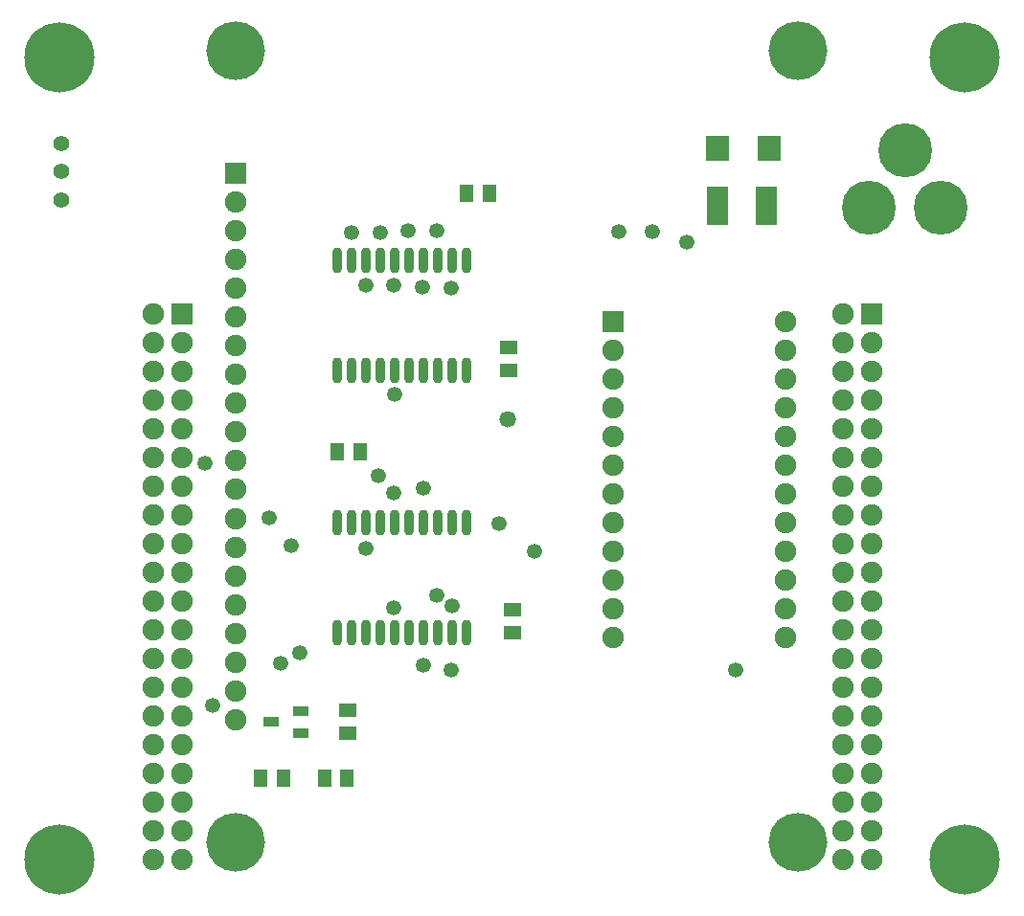
<source format=gts>
G04*
G04 #@! TF.GenerationSoftware,Altium Limited,Altium Designer,24.2.2 (26)*
G04*
G04 Layer_Color=8388736*
%FSLAX25Y25*%
%MOIN*%
G70*
G04*
G04 #@! TF.SameCoordinates,39AFF50E-F897-457A-A01D-6F320B20273F*
G04*
G04*
G04 #@! TF.FilePolarity,Negative*
G04*
G01*
G75*
%ADD15R,0.04724X0.05906*%
%ADD16R,0.05512X0.03347*%
%ADD17O,0.03347X0.09055*%
%ADD18R,0.07795X0.13189*%
%ADD19R,0.05906X0.04724*%
%ADD20R,0.07874X0.09055*%
%ADD21C,0.05512*%
%ADD22R,0.07480X0.07480*%
%ADD23C,0.07480*%
%ADD24C,0.20472*%
%ADD25C,0.18787*%
%ADD26R,0.07480X0.07480*%
%ADD27C,0.24410*%
%ADD28C,0.05287*%
%ADD29C,0.05787*%
D15*
X97837Y48300D02*
D03*
X89963D02*
D03*
X169474Y252000D02*
D03*
X161600D02*
D03*
X116663Y161700D02*
D03*
X124537D02*
D03*
X120074Y48299D02*
D03*
X112200D02*
D03*
D16*
X93651Y67740D02*
D03*
X104100Y71480D02*
D03*
Y64000D02*
D03*
D17*
X131500Y137195D02*
D03*
X116500Y190305D02*
D03*
X121500D02*
D03*
X126500D02*
D03*
X131500D02*
D03*
X136500D02*
D03*
X141500D02*
D03*
X146500D02*
D03*
X151500D02*
D03*
X156500D02*
D03*
X161500D02*
D03*
X116500Y228495D02*
D03*
X121500D02*
D03*
X126500D02*
D03*
X131500D02*
D03*
X136500D02*
D03*
X141500D02*
D03*
X146500D02*
D03*
X151500D02*
D03*
X156500D02*
D03*
X161500D02*
D03*
X116500Y99006D02*
D03*
X121500D02*
D03*
X126500D02*
D03*
X131500D02*
D03*
X136500D02*
D03*
X141500D02*
D03*
X146500D02*
D03*
X151500D02*
D03*
X156500D02*
D03*
X161500D02*
D03*
X116500Y137195D02*
D03*
X121500D02*
D03*
X126500D02*
D03*
X136500D02*
D03*
X141500D02*
D03*
X146500D02*
D03*
X151500D02*
D03*
X156500D02*
D03*
X161500D02*
D03*
D18*
X266100Y247400D02*
D03*
X249100D02*
D03*
D19*
X176300Y198137D02*
D03*
Y190263D02*
D03*
X177500Y98900D02*
D03*
Y106774D02*
D03*
X120300Y71737D02*
D03*
Y63863D02*
D03*
D20*
X267110Y267500D02*
D03*
X249000D02*
D03*
D21*
X20757Y259415D02*
D03*
Y249572D02*
D03*
Y269257D02*
D03*
D22*
X81300Y258695D02*
D03*
X212700Y207200D02*
D03*
D23*
X81300Y248695D02*
D03*
Y238695D02*
D03*
Y228695D02*
D03*
X81300Y218695D02*
D03*
Y208695D02*
D03*
Y198695D02*
D03*
Y188695D02*
D03*
X81299Y178695D02*
D03*
Y168695D02*
D03*
Y158695D02*
D03*
Y148695D02*
D03*
X81299Y138694D02*
D03*
Y128694D02*
D03*
Y118694D02*
D03*
Y108694D02*
D03*
X81299Y98694D02*
D03*
Y88694D02*
D03*
Y78694D02*
D03*
Y68694D02*
D03*
X302500Y190000D02*
D03*
Y200000D02*
D03*
Y170000D02*
D03*
Y180000D02*
D03*
Y120000D02*
D03*
Y130000D02*
D03*
Y110000D02*
D03*
Y150000D02*
D03*
Y160000D02*
D03*
Y140000D02*
D03*
X292500Y170000D02*
D03*
Y180000D02*
D03*
Y160000D02*
D03*
Y200000D02*
D03*
Y210000D02*
D03*
Y190000D02*
D03*
Y120000D02*
D03*
Y130000D02*
D03*
Y110000D02*
D03*
Y150000D02*
D03*
X62500D02*
D03*
X292500Y140000D02*
D03*
X302500Y70000D02*
D03*
Y80000D02*
D03*
Y90000D02*
D03*
Y30000D02*
D03*
Y40000D02*
D03*
Y20000D02*
D03*
Y50000D02*
D03*
Y60000D02*
D03*
Y100000D02*
D03*
X292500Y90000D02*
D03*
Y80000D02*
D03*
Y100000D02*
D03*
Y30000D02*
D03*
Y40000D02*
D03*
Y20000D02*
D03*
Y60000D02*
D03*
Y70000D02*
D03*
Y50000D02*
D03*
X62500Y190000D02*
D03*
Y200000D02*
D03*
Y180000D02*
D03*
Y120000D02*
D03*
Y130000D02*
D03*
Y110000D02*
D03*
Y160000D02*
D03*
Y170000D02*
D03*
Y140000D02*
D03*
X52500Y180000D02*
D03*
Y170000D02*
D03*
Y200000D02*
D03*
Y210000D02*
D03*
Y190000D02*
D03*
Y120000D02*
D03*
Y130000D02*
D03*
Y110000D02*
D03*
Y150000D02*
D03*
Y160000D02*
D03*
Y140000D02*
D03*
X62500Y70000D02*
D03*
Y80000D02*
D03*
Y60000D02*
D03*
Y90000D02*
D03*
Y30000D02*
D03*
Y40000D02*
D03*
Y20000D02*
D03*
Y50000D02*
D03*
Y100000D02*
D03*
X52500Y90000D02*
D03*
Y80000D02*
D03*
Y100000D02*
D03*
Y30000D02*
D03*
Y40000D02*
D03*
Y20000D02*
D03*
Y60000D02*
D03*
Y70000D02*
D03*
Y50000D02*
D03*
X272700Y177200D02*
D03*
Y187200D02*
D03*
Y197200D02*
D03*
Y207200D02*
D03*
Y167200D02*
D03*
Y157200D02*
D03*
Y147200D02*
D03*
Y137200D02*
D03*
Y127200D02*
D03*
Y117200D02*
D03*
Y107200D02*
D03*
Y97200D02*
D03*
X212700Y97200D02*
D03*
Y107200D02*
D03*
Y117200D02*
D03*
Y127200D02*
D03*
Y137200D02*
D03*
Y147200D02*
D03*
Y157200D02*
D03*
Y167200D02*
D03*
Y197200D02*
D03*
Y187200D02*
D03*
Y177200D02*
D03*
D24*
X276969Y301491D02*
D03*
Y25900D02*
D03*
X81300Y301491D02*
D03*
Y25900D02*
D03*
D25*
X301700Y246700D02*
D03*
X314200Y266700D02*
D03*
X326700Y246700D02*
D03*
D26*
X302500Y210000D02*
D03*
X62500D02*
D03*
D27*
X20000Y299213D02*
D03*
X335000D02*
D03*
Y20000D02*
D03*
X20000D02*
D03*
D28*
X156300Y218700D02*
D03*
X151350Y111759D02*
D03*
X130850Y153550D02*
D03*
X97000Y88200D02*
D03*
X146600Y87400D02*
D03*
X156300Y85900D02*
D03*
X73300Y73600D02*
D03*
X156600Y108300D02*
D03*
X92900Y138700D02*
D03*
X100600Y129200D02*
D03*
X103600Y91800D02*
D03*
X214600Y238500D02*
D03*
X226300Y238400D02*
D03*
X238400Y234700D02*
D03*
X70800Y157700D02*
D03*
X136400Y147600D02*
D03*
X146500Y149100D02*
D03*
X172900Y136700D02*
D03*
X255200Y85800D02*
D03*
X185300Y127200D02*
D03*
X136300Y107600D02*
D03*
X126600Y128300D02*
D03*
X136500Y181700D02*
D03*
X146400Y219100D02*
D03*
X136300Y219900D02*
D03*
X126500Y219800D02*
D03*
X121800Y238200D02*
D03*
X131500D02*
D03*
X151200Y238900D02*
D03*
X141300Y238700D02*
D03*
D29*
X176000Y173300D02*
D03*
M02*

</source>
